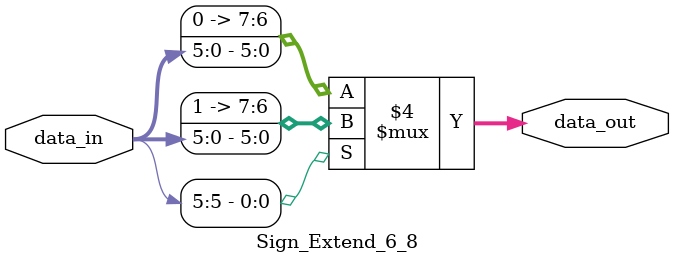
<source format=v>
`timescale 1ns / 1ps
module Sign_Extend_6_8(
	input [5:0] data_in,
	output reg [7:0] data_out
    );
	
	always@(*)
	begin
		if(data_in[5]==0) data_out = {2'b00, data_in};
		
		else data_out = {2'b11, data_in};
	end

endmodule


</source>
